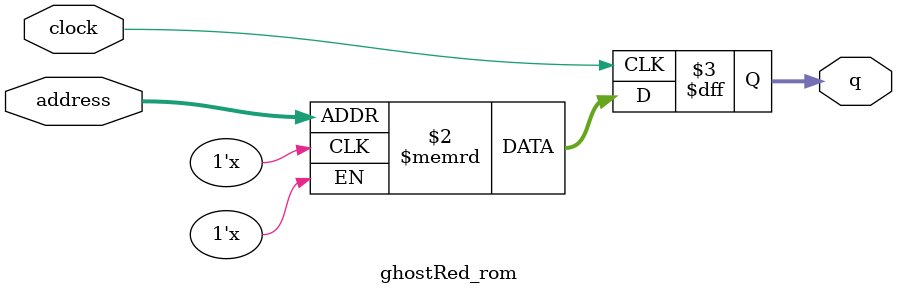
<source format=sv>
module ghostRed_rom (
	input logic clock,
	input logic [7:0] address,
	output logic [2:0] q
);

logic [2:0] memory [0:255] /* synthesis ram_init_file = "./ghostRed/ghostRed.mif" */;

always_ff @ (posedge clock) begin
	q <= memory[address];
end

endmodule

</source>
